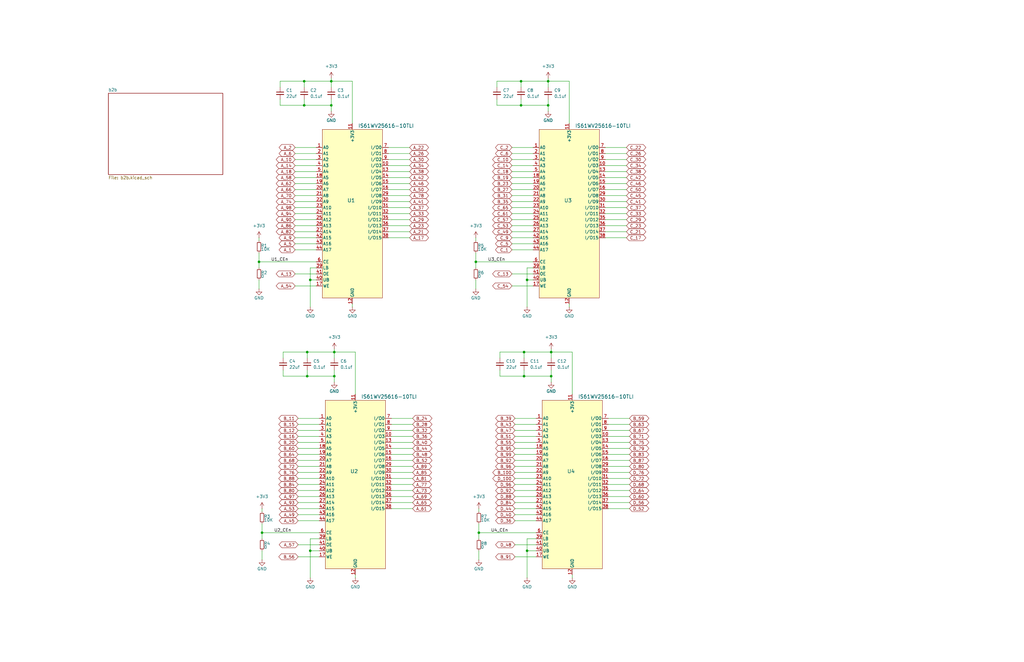
<source format=kicad_sch>
(kicad_sch (version 20231120) (generator "eeschema") (generator_version "8.0")
  (paper "USLedger")
  (lib_symbols
    (symbol "Device:C_Small" (pin_numbers hide) (pin_names (offset 0.254) hide)
      (property "Reference" "C" (at 0.254 1.778 0))
      (property "Value" "C_Small" (at 0.254 -2.032 0))
      (symbol "C_Small_0_1"
        (polyline (pts (xy -1.524 -0.508) (xy 1.524 -0.508)) (stroke (width 0.3302)))
        (polyline (pts (xy -1.524 0.508) (xy 1.524 0.508)) (stroke (width 0.3048)))
      )
      (symbol "C_Small_1_1"
        (pin passive line (at 0 2.54 270) (length 2.032) (name "~") (number "1"))
        (pin passive line (at 0 -2.54 90) (length 2.032) (name "~") (number "2"))
      )
    )
    (symbol "Device:R_Small" (pin_numbers hide) (pin_names (offset 0.254) hide)
      (property "Reference" "R" (at 0.762 0.508 0))
      (property "Value" "R_Small" (at 0.762 -1.016 0))
      (symbol "R_Small_0_1"
        (rectangle (start -0.762 1.778) (end 0.762 -1.778) (stroke (width 0.2032)))
      )
      (symbol "R_Small_1_1"
        (pin passive line (at 0 2.54 270) (length 0.762) (name "~") (number "1"))
        (pin passive line (at 0 -2.54 90) (length 0.762) (name "~") (number "2"))
      )
    )
    (symbol "IS61WV25616-10TLI:IS61WV25616BLL-10TLI-TR" (pin_names (offset 0.254))
      (property "Reference" "U" (at 40.386 14.224 0))
      (property "Value" "IS61WV25616-10TLI" (at 40.386 11.684 0))
      (symbol "IS61WV25616BLL-10TLI-TR_1_1"
        (rectangle (start 7.62 7.62) (end 33.02 -63.5) (fill (type background)))
        (pin input line (at 5.08 0 0) (length 2.54) (name "A0") (number "1"))
        (pin bidirectional line (at 35.56 -7.62 180) (length 2.54) (name "I/O3") (number "10"))
        (pin power_in line (at 20.32 10.16 270) (length 2.54) (name "+3V3") (number "11"))
        (pin power_in line (at 20.32 -66.04 90) (length 2.54) (name "GND") (number "12"))
        (pin bidirectional line (at 35.56 -10.16 180) (length 2.54) (name "I/O4") (number "13"))
        (pin bidirectional line (at 35.56 -12.7 180) (length 2.54) (name "I/O5") (number "14"))
        (pin bidirectional line (at 35.56 -15.24 180) (length 2.54) (name "I/O6") (number "15"))
        (pin bidirectional line (at 35.56 -17.78 180) (length 2.54) (name "I/O7") (number "16"))
        (pin input line (at 5.08 -58.42 0) (length 2.54) (name "WE") (number "17"))
        (pin input line (at 5.08 -12.7 0) (length 2.54) (name "A5") (number "18"))
        (pin input line (at 5.08 -15.24 0) (length 2.54) (name "A6") (number "19"))
        (pin input line (at 5.08 -2.54 0) (length 2.54) (name "A1") (number "2"))
        (pin input line (at 5.08 -17.78 0) (length 2.54) (name "A7") (number "20"))
        (pin input line (at 5.08 -20.32 0) (length 2.54) (name "A8") (number "21"))
        (pin input line (at 5.08 -22.86 0) (length 2.54) (name "A9") (number "22"))
        (pin input line (at 5.08 -25.4 0) (length 2.54) (name "A10") (number "23"))
        (pin input line (at 5.08 -27.94 0) (length 2.54) (name "A11") (number "24"))
        (pin input line (at 5.08 -30.48 0) (length 2.54) (name "A12") (number "25"))
        (pin input line (at 5.08 -33.02 0) (length 2.54) (name "A13") (number "26"))
        (pin input line (at 5.08 -35.56 0) (length 2.54) (name "A14") (number "27"))
        (pin no_connect line (at 5.08 -60.96 0) (length 2.54) hide (name "NC") (number "28"))
        (pin bidirectional line (at 35.56 -20.32 180) (length 2.54) (name "I/O8") (number "29"))
        (pin input line (at 5.08 -5.08 0) (length 2.54) (name "A2") (number "3"))
        (pin bidirectional line (at 35.56 -22.86 180) (length 2.54) (name "I/O9") (number "30"))
        (pin bidirectional line (at 35.56 -25.4 180) (length 2.54) (name "I/O10") (number "31"))
        (pin bidirectional line (at 35.56 -27.94 180) (length 2.54) (name "I/O11") (number "32"))
        (pin power_in line (at 20.32 10.16 270) (length 2.54) hide (name "+3V3") (number "33"))
        (pin power_in line (at 20.32 -66.04 90) (length 2.54) hide (name "GND") (number "34"))
        (pin bidirectional line (at 35.56 -30.48 180) (length 2.54) (name "I/O12") (number "35"))
        (pin bidirectional line (at 35.56 -33.02 180) (length 2.54) (name "I/O13") (number "36"))
        (pin bidirectional line (at 35.56 -35.56 180) (length 2.54) (name "I/O14") (number "37"))
        (pin bidirectional line (at 35.56 -38.1 180) (length 2.54) (name "I/O15") (number "38"))
        (pin input line (at 5.08 -50.8 0) (length 2.54) (name "LB") (number "39"))
        (pin input line (at 5.08 -7.62 0) (length 2.54) (name "A3") (number "4"))
        (pin input line (at 5.08 -55.88 0) (length 2.54) (name "UB") (number "40"))
        (pin input line (at 5.08 -53.34 0) (length 2.54) (name "OE") (number "41"))
        (pin input line (at 5.08 -38.1 0) (length 2.54) (name "A15") (number "42"))
        (pin input line (at 5.08 -40.64 0) (length 2.54) (name "A16") (number "43"))
        (pin input line (at 5.08 -43.18 0) (length 2.54) (name "A17") (number "44"))
        (pin input line (at 5.08 -10.16 0) (length 2.54) (name "A4") (number "5"))
        (pin input line (at 5.08 -48.26 0) (length 2.54) (name "CE") (number "6"))
        (pin bidirectional line (at 35.56 0 180) (length 2.54) (name "I/O0") (number "7"))
        (pin bidirectional line (at 35.56 -2.54 180) (length 2.54) (name "I/O1") (number "8"))
        (pin bidirectional line (at 35.56 -5.08 180) (length 2.54) (name "I/O2") (number "9"))
      )
    )
    (symbol "power:+3V3" (power) (pin_numbers hide) (pin_names (offset 0) hide)
      (property "Value" "+3V3" (at 0 3.556 0))
      (symbol "+3V3_0_1"
        (polyline (pts (xy -0.762 1.27) (xy 0 2.54)))
        (polyline (pts (xy 0 0) (xy 0 2.54)))
        (polyline (pts (xy 0 2.54) (xy 0.762 1.27)))
      )
      (symbol "+3V3_1_1"
        (pin power_in line (at 0 0 90) (length 0) (name "~") (number "1"))
      )
    )
    (symbol "power:GND" (power) (pin_numbers hide) (pin_names (offset 0) hide)
      (property "Value" "GND" (at 0 -3.81 0))
      (symbol "GND_0_1"
        (polyline (pts (xy 0 0) (xy 0 -1.27) (xy 1.27 -1.27) (xy 0 -2.54) (xy -1.27 -1.27) (xy 0 -1.27)))
      )
      (symbol "GND_1_1"
        (pin power_in line (at 0 0 270) (length 0) (name "~") (number "1"))
      )
    )
  )
  (junction (at 220.98 158.75))
  (junction (at 139.7 44.45))
  (junction (at 129.54 148.59))
  (junction (at 139.7 34.29))
  (junction (at 130.81 118.11))
  (junction (at 110.49 224.79))
  (junction (at 232.41 158.75))
  (junction (at 128.27 34.29))
  (junction (at 232.41 148.59))
  (junction (at 222.25 232.41))
  (junction (at 130.81 232.41))
  (junction (at 220.98 148.59))
  (junction (at 140.97 158.75))
  (junction (at 231.14 44.45))
  (junction (at 201.93 224.79))
  (junction (at 200.66 110.49))
  (junction (at 219.71 34.29))
  (junction (at 128.27 44.45))
  (junction (at 219.71 44.45))
  (junction (at 222.25 118.11))
  (junction (at 109.22 110.49))
  (junction (at 231.14 34.29))
  (junction (at 140.97 148.59))
  (junction (at 129.54 158.75))
  (wire (pts (xy 128.27 41.91) (xy 128.27 44.45)))
  (wire (pts (xy 200.66 118.11) (xy 200.66 121.92)))
  (wire (pts (xy 129.54 148.59) (xy 129.54 151.13)))
  (wire (pts (xy 215.9 72.39) (xy 224.79 72.39)))
  (wire (pts (xy 109.22 106.68) (xy 109.22 110.49)))
  (wire (pts (xy 217.17 191.77) (xy 226.06 191.77)))
  (wire (pts (xy 163.83 64.77) (xy 172.72 64.77)))
  (wire (pts (xy 119.38 151.13) (xy 119.38 148.59)))
  (wire (pts (xy 163.83 85.09) (xy 172.72 85.09)))
  (wire (pts (xy 222.25 113.03) (xy 224.79 113.03)))
  (wire (pts (xy 241.3 148.59) (xy 232.41 148.59)))
  (wire (pts (xy 232.41 158.75) (xy 232.41 161.29)))
  (wire (pts (xy 125.73 214.63) (xy 134.62 214.63)))
  (wire (pts (xy 217.17 186.69) (xy 226.06 186.69)))
  (wire (pts (xy 163.83 77.47) (xy 172.72 77.47)))
  (wire (pts (xy 215.9 90.17) (xy 224.79 90.17)))
  (wire (pts (xy 124.46 72.39) (xy 133.35 72.39)))
  (wire (pts (xy 219.71 44.45) (xy 231.14 44.45)))
  (wire (pts (xy 201.93 224.79) (xy 226.06 224.79)))
  (wire (pts (xy 125.73 217.17) (xy 134.62 217.17)))
  (wire (pts (xy 209.55 41.91) (xy 209.55 44.45)))
  (wire (pts (xy 209.55 34.29) (xy 219.71 34.29)))
  (wire (pts (xy 255.27 67.31) (xy 264.16 67.31)))
  (wire (pts (xy 119.38 158.75) (xy 129.54 158.75)))
  (wire (pts (xy 118.11 36.83) (xy 118.11 34.29)))
  (wire (pts (xy 163.83 69.85) (xy 172.72 69.85)))
  (wire (pts (xy 210.82 151.13) (xy 210.82 148.59)))
  (wire (pts (xy 222.25 118.11) (xy 224.79 118.11)))
  (wire (pts (xy 109.22 118.11) (xy 109.22 121.92)))
  (wire (pts (xy 128.27 34.29) (xy 139.7 34.29)))
  (wire (pts (xy 139.7 44.45) (xy 139.7 46.99)))
  (wire (pts (xy 124.46 67.31) (xy 133.35 67.31)))
  (wire (pts (xy 215.9 74.93) (xy 224.79 74.93)))
  (wire (pts (xy 165.1 194.31) (xy 173.99 194.31)))
  (wire (pts (xy 110.49 232.41) (xy 110.49 236.22)))
  (wire (pts (xy 140.97 156.21) (xy 140.97 158.75)))
  (wire (pts (xy 219.71 34.29) (xy 219.71 36.83)))
  (wire (pts (xy 215.9 85.09) (xy 224.79 85.09)))
  (wire (pts (xy 241.3 166.37) (xy 241.3 148.59)))
  (wire (pts (xy 231.14 34.29) (xy 231.14 36.83)))
  (wire (pts (xy 232.41 147.32) (xy 232.41 148.59)))
  (wire (pts (xy 255.27 95.25) (xy 264.16 95.25)))
  (wire (pts (xy 119.38 156.21) (xy 119.38 158.75)))
  (wire (pts (xy 255.27 87.63) (xy 264.16 87.63)))
  (wire (pts (xy 217.17 176.53) (xy 226.06 176.53)))
  (wire (pts (xy 124.46 62.23) (xy 133.35 62.23)))
  (wire (pts (xy 124.46 82.55) (xy 133.35 82.55)))
  (wire (pts (xy 124.46 97.79) (xy 133.35 97.79)))
  (wire (pts (xy 210.82 156.21) (xy 210.82 158.75)))
  (wire (pts (xy 217.17 196.85) (xy 226.06 196.85)))
  (wire (pts (xy 217.17 179.07) (xy 226.06 179.07)))
  (wire (pts (xy 163.83 80.01) (xy 172.72 80.01)))
  (wire (pts (xy 125.73 196.85) (xy 134.62 196.85)))
  (wire (pts (xy 232.41 156.21) (xy 232.41 158.75)))
  (wire (pts (xy 124.46 102.87) (xy 133.35 102.87)))
  (wire (pts (xy 255.27 72.39) (xy 264.16 72.39)))
  (wire (pts (xy 256.54 186.69) (xy 265.43 186.69)))
  (wire (pts (xy 215.9 64.77) (xy 224.79 64.77)))
  (wire (pts (xy 139.7 41.91) (xy 139.7 44.45)))
  (wire (pts (xy 215.9 62.23) (xy 224.79 62.23)))
  (wire (pts (xy 163.83 100.33) (xy 172.72 100.33)))
  (wire (pts (xy 139.7 34.29) (xy 139.7 36.83)))
  (wire (pts (xy 163.83 72.39) (xy 172.72 72.39)))
  (wire (pts (xy 125.73 199.39) (xy 134.62 199.39)))
  (wire (pts (xy 215.9 82.55) (xy 224.79 82.55)))
  (wire (pts (xy 110.49 220.98) (xy 110.49 224.79)))
  (wire (pts (xy 215.9 95.25) (xy 224.79 95.25)))
  (wire (pts (xy 255.27 62.23) (xy 264.16 62.23)))
  (wire (pts (xy 240.03 52.07) (xy 240.03 34.29)))
  (wire (pts (xy 200.66 113.03) (xy 200.66 110.49)))
  (wire (pts (xy 124.46 105.41) (xy 133.35 105.41)))
  (wire (pts (xy 217.17 204.47) (xy 226.06 204.47)))
  (wire (pts (xy 232.41 148.59) (xy 232.41 151.13)))
  (wire (pts (xy 130.81 227.33) (xy 130.81 232.41)))
  (wire (pts (xy 130.81 118.11) (xy 130.81 129.54)))
  (wire (pts (xy 220.98 158.75) (xy 232.41 158.75)))
  (wire (pts (xy 219.71 34.29) (xy 231.14 34.29)))
  (wire (pts (xy 222.25 118.11) (xy 222.25 129.54)))
  (wire (pts (xy 118.11 34.29) (xy 128.27 34.29)))
  (wire (pts (xy 201.93 227.33) (xy 201.93 224.79)))
  (wire (pts (xy 201.93 214.63) (xy 201.93 215.9)))
  (wire (pts (xy 163.83 67.31) (xy 172.72 67.31)))
  (wire (pts (xy 215.9 69.85) (xy 224.79 69.85)))
  (wire (pts (xy 255.27 92.71) (xy 264.16 92.71)))
  (wire (pts (xy 217.17 217.17) (xy 226.06 217.17)))
  (wire (pts (xy 256.54 199.39) (xy 265.43 199.39)))
  (wire (pts (xy 255.27 85.09) (xy 264.16 85.09)))
  (wire (pts (xy 165.1 199.39) (xy 173.99 199.39)))
  (wire (pts (xy 256.54 194.31) (xy 265.43 194.31)))
  (wire (pts (xy 165.1 184.15) (xy 173.99 184.15)))
  (wire (pts (xy 130.81 227.33) (xy 134.62 227.33)))
  (wire (pts (xy 222.25 232.41) (xy 226.06 232.41)))
  (wire (pts (xy 124.46 95.25) (xy 133.35 95.25)))
  (wire (pts (xy 165.1 207.01) (xy 173.99 207.01)))
  (wire (pts (xy 148.59 128.27) (xy 148.59 129.54)))
  (wire (pts (xy 163.83 97.79) (xy 172.72 97.79)))
  (wire (pts (xy 210.82 158.75) (xy 220.98 158.75)))
  (wire (pts (xy 165.1 196.85) (xy 173.99 196.85)))
  (wire (pts (xy 215.9 87.63) (xy 224.79 87.63)))
  (wire (pts (xy 200.66 106.68) (xy 200.66 110.49)))
  (wire (pts (xy 255.27 97.79) (xy 264.16 97.79)))
  (wire (pts (xy 231.14 44.45) (xy 231.14 46.99)))
  (wire (pts (xy 201.93 220.98) (xy 201.93 224.79)))
  (wire (pts (xy 149.86 166.37) (xy 149.86 148.59)))
  (wire (pts (xy 109.22 113.03) (xy 109.22 110.49)))
  (wire (pts (xy 130.81 232.41) (xy 130.81 243.84)))
  (wire (pts (xy 215.9 115.57) (xy 224.79 115.57)))
  (wire (pts (xy 220.98 156.21) (xy 220.98 158.75)))
  (wire (pts (xy 217.17 199.39) (xy 226.06 199.39)))
  (wire (pts (xy 217.17 181.61) (xy 226.06 181.61)))
  (wire (pts (xy 215.9 77.47) (xy 224.79 77.47)))
  (wire (pts (xy 256.54 201.93) (xy 265.43 201.93)))
  (wire (pts (xy 128.27 34.29) (xy 128.27 36.83)))
  (wire (pts (xy 217.17 194.31) (xy 226.06 194.31)))
  (wire (pts (xy 140.97 148.59) (xy 140.97 151.13)))
  (wire (pts (xy 256.54 176.53) (xy 265.43 176.53)))
  (wire (pts (xy 215.9 120.65) (xy 224.79 120.65)))
  (wire (pts (xy 163.83 90.17) (xy 172.72 90.17)))
  (wire (pts (xy 163.83 92.71) (xy 172.72 92.71)))
  (wire (pts (xy 219.71 41.91) (xy 219.71 44.45)))
  (wire (pts (xy 109.22 100.33) (xy 109.22 101.6)))
  (wire (pts (xy 130.81 232.41) (xy 134.62 232.41)))
  (wire (pts (xy 210.82 148.59) (xy 220.98 148.59)))
  (wire (pts (xy 255.27 100.33) (xy 264.16 100.33)))
  (wire (pts (xy 125.73 194.31) (xy 134.62 194.31)))
  (wire (pts (xy 217.17 207.01) (xy 226.06 207.01)))
  (wire (pts (xy 130.81 118.11) (xy 133.35 118.11)))
  (wire (pts (xy 125.73 176.53) (xy 134.62 176.53)))
  (wire (pts (xy 163.83 82.55) (xy 172.72 82.55)))
  (wire (pts (xy 165.1 209.55) (xy 173.99 209.55)))
  (wire (pts (xy 200.66 110.49) (xy 224.79 110.49)))
  (wire (pts (xy 215.9 100.33) (xy 224.79 100.33)))
  (wire (pts (xy 209.55 44.45) (xy 219.71 44.45)))
  (wire (pts (xy 165.1 186.69) (xy 173.99 186.69)))
  (wire (pts (xy 256.54 204.47) (xy 265.43 204.47)))
  (wire (pts (xy 109.22 110.49) (xy 133.35 110.49)))
  (wire (pts (xy 256.54 189.23) (xy 265.43 189.23)))
  (wire (pts (xy 217.17 209.55) (xy 226.06 209.55)))
  (wire (pts (xy 125.73 229.87) (xy 134.62 229.87)))
  (wire (pts (xy 148.59 34.29) (xy 139.7 34.29)))
  (wire (pts (xy 217.17 201.93) (xy 226.06 201.93)))
  (wire (pts (xy 125.73 179.07) (xy 134.62 179.07)))
  (wire (pts (xy 255.27 80.01) (xy 264.16 80.01)))
  (wire (pts (xy 124.46 69.85) (xy 133.35 69.85)))
  (wire (pts (xy 222.25 113.03) (xy 222.25 118.11)))
  (wire (pts (xy 129.54 148.59) (xy 140.97 148.59)))
  (wire (pts (xy 217.17 234.95) (xy 226.06 234.95)))
  (wire (pts (xy 217.17 189.23) (xy 226.06 189.23)))
  (wire (pts (xy 119.38 148.59) (xy 129.54 148.59)))
  (wire (pts (xy 125.73 181.61) (xy 134.62 181.61)))
  (wire (pts (xy 110.49 227.33) (xy 110.49 224.79)))
  (wire (pts (xy 140.97 147.32) (xy 140.97 148.59)))
  (wire (pts (xy 130.81 113.03) (xy 133.35 113.03)))
  (wire (pts (xy 256.54 207.01) (xy 265.43 207.01)))
  (wire (pts (xy 128.27 44.45) (xy 139.7 44.45)))
  (wire (pts (xy 149.86 148.59) (xy 140.97 148.59)))
  (wire (pts (xy 231.14 33.02) (xy 231.14 34.29)))
  (wire (pts (xy 118.11 44.45) (xy 128.27 44.45)))
  (wire (pts (xy 124.46 90.17) (xy 133.35 90.17)))
  (wire (pts (xy 256.54 191.77) (xy 265.43 191.77)))
  (wire (pts (xy 256.54 196.85) (xy 265.43 196.85)))
  (wire (pts (xy 215.9 67.31) (xy 224.79 67.31)))
  (wire (pts (xy 148.59 52.07) (xy 148.59 34.29)))
  (wire (pts (xy 200.66 100.33) (xy 200.66 101.6)))
  (wire (pts (xy 125.73 212.09) (xy 134.62 212.09)))
  (wire (pts (xy 124.46 74.93) (xy 133.35 74.93)))
  (wire (pts (xy 165.1 176.53) (xy 173.99 176.53)))
  (wire (pts (xy 165.1 181.61) (xy 173.99 181.61)))
  (wire (pts (xy 255.27 77.47) (xy 264.16 77.47)))
  (wire (pts (xy 217.17 212.09) (xy 226.06 212.09)))
  (wire (pts (xy 222.25 232.41) (xy 222.25 243.84)))
  (wire (pts (xy 129.54 156.21) (xy 129.54 158.75)))
  (wire (pts (xy 215.9 80.01) (xy 224.79 80.01)))
  (wire (pts (xy 125.73 184.15) (xy 134.62 184.15)))
  (wire (pts (xy 256.54 214.63) (xy 265.43 214.63)))
  (wire (pts (xy 231.14 41.91) (xy 231.14 44.45)))
  (wire (pts (xy 255.27 90.17) (xy 264.16 90.17)))
  (wire (pts (xy 255.27 74.93) (xy 264.16 74.93)))
  (wire (pts (xy 149.86 242.57) (xy 149.86 243.84)))
  (wire (pts (xy 217.17 214.63) (xy 226.06 214.63)))
  (wire (pts (xy 240.03 34.29) (xy 231.14 34.29)))
  (wire (pts (xy 165.1 214.63) (xy 173.99 214.63)))
  (wire (pts (xy 163.83 74.93) (xy 172.72 74.93)))
  (wire (pts (xy 165.1 212.09) (xy 173.99 212.09)))
  (wire (pts (xy 215.9 97.79) (xy 224.79 97.79)))
  (wire (pts (xy 256.54 184.15) (xy 265.43 184.15)))
  (wire (pts (xy 209.55 36.83) (xy 209.55 34.29)))
  (wire (pts (xy 217.17 229.87) (xy 226.06 229.87)))
  (wire (pts (xy 255.27 82.55) (xy 264.16 82.55)))
  (wire (pts (xy 124.46 92.71) (xy 133.35 92.71)))
  (wire (pts (xy 125.73 234.95) (xy 134.62 234.95)))
  (wire (pts (xy 125.73 204.47) (xy 134.62 204.47)))
  (wire (pts (xy 125.73 201.93) (xy 134.62 201.93)))
  (wire (pts (xy 220.98 148.59) (xy 220.98 151.13)))
  (wire (pts (xy 139.7 33.02) (xy 139.7 34.29)))
  (wire (pts (xy 240.03 128.27) (xy 240.03 129.54)))
  (wire (pts (xy 110.49 224.79) (xy 134.62 224.79)))
  (wire (pts (xy 163.83 95.25) (xy 172.72 95.25)))
  (wire (pts (xy 125.73 209.55) (xy 134.62 209.55)))
  (wire (pts (xy 165.1 179.07) (xy 173.99 179.07)))
  (wire (pts (xy 124.46 77.47) (xy 133.35 77.47)))
  (wire (pts (xy 124.46 87.63) (xy 133.35 87.63)))
  (wire (pts (xy 220.98 148.59) (xy 232.41 148.59)))
  (wire (pts (xy 125.73 189.23) (xy 134.62 189.23)))
  (wire (pts (xy 140.97 158.75) (xy 140.97 161.29)))
  (wire (pts (xy 222.25 227.33) (xy 222.25 232.41)))
  (wire (pts (xy 130.81 113.03) (xy 130.81 118.11)))
  (wire (pts (xy 163.83 87.63) (xy 172.72 87.63)))
  (wire (pts (xy 217.17 184.15) (xy 226.06 184.15)))
  (wire (pts (xy 255.27 64.77) (xy 264.16 64.77)))
  (wire (pts (xy 124.46 64.77) (xy 133.35 64.77)))
  (wire (pts (xy 215.9 102.87) (xy 224.79 102.87)))
  (wire (pts (xy 124.46 120.65) (xy 133.35 120.65)))
  (wire (pts (xy 124.46 85.09) (xy 133.35 85.09)))
  (wire (pts (xy 256.54 209.55) (xy 265.43 209.55)))
  (wire (pts (xy 256.54 179.07) (xy 265.43 179.07)))
  (wire (pts (xy 163.83 62.23) (xy 172.72 62.23)))
  (wire (pts (xy 118.11 41.91) (xy 118.11 44.45)))
  (wire (pts (xy 129.54 158.75) (xy 140.97 158.75)))
  (wire (pts (xy 124.46 100.33) (xy 133.35 100.33)))
  (wire (pts (xy 125.73 207.01) (xy 134.62 207.01)))
  (wire (pts (xy 256.54 181.61) (xy 265.43 181.61)))
  (wire (pts (xy 124.46 115.57) (xy 133.35 115.57)))
  (wire (pts (xy 217.17 219.71) (xy 226.06 219.71)))
  (wire (pts (xy 201.93 232.41) (xy 201.93 236.22)))
  (wire (pts (xy 165.1 191.77) (xy 173.99 191.77)))
  (wire (pts (xy 124.46 80.01) (xy 133.35 80.01)))
  (wire (pts (xy 165.1 204.47) (xy 173.99 204.47)))
  (wire (pts (xy 241.3 242.57) (xy 241.3 243.84)))
  (wire (pts (xy 165.1 201.93) (xy 173.99 201.93)))
  (wire (pts (xy 256.54 212.09) (xy 265.43 212.09)))
  (wire (pts (xy 125.73 219.71) (xy 134.62 219.71)))
  (wire (pts (xy 215.9 92.71) (xy 224.79 92.71)))
  (wire (pts (xy 125.73 186.69) (xy 134.62 186.69)))
  (wire (pts (xy 110.49 214.63) (xy 110.49 215.9)))
  (wire (pts (xy 165.1 189.23) (xy 173.99 189.23)))
  (wire (pts (xy 222.25 227.33) (xy 226.06 227.33)))
  (wire (pts (xy 215.9 105.41) (xy 224.79 105.41)))
  (wire (pts (xy 255.27 69.85) (xy 264.16 69.85)))
  (wire (pts (xy 125.73 191.77) (xy 134.62 191.77)))
  (label "U3_CEn" (at 205.74 110.49 0))
  (label "U2_CEn" (at 115.57 224.79 0))
  (label "U4_CEn" (at 207.01 224.79 0))
  (label "U1_CEn" (at 114.3 110.49 0))
  (global_label "B_68" (shape bidirectional) (at 125.73 194.31 180) (property "Intersheetrefs" "${INTERSHEET_REFS}" (effects (hide yes))))
  (global_label "C_23" (shape bidirectional) (at 264.16 95.25 0) (property "Intersheetrefs" "${INTERSHEET_REFS}" (effects (hide yes))))
  (global_label "B_88" (shape bidirectional) (at 125.73 201.93 180) (property "Intersheetrefs" "${INTERSHEET_REFS}" (effects (hide yes))))
  (global_label "A_78" (shape bidirectional) (at 172.72 82.55 0) (property "Intersheetrefs" "${INTERSHEET_REFS}" (effects (hide yes))))
  (global_label "B_40" (shape bidirectional) (at 173.99 186.69 0) (property "Intersheetrefs" "${INTERSHEET_REFS}" (effects (hide yes))))
  (global_label "B_31" (shape bidirectional) (at 215.9 82.55 180) (property "Intersheetrefs" "${INTERSHEET_REFS}" (effects (hide yes))))
  (global_label "A_21" (shape bidirectional) (at 172.72 97.79 0) (property "Intersheetrefs" "${INTERSHEET_REFS}" (effects (hide yes))))
  (global_label "D_68" (shape bidirectional) (at 265.43 204.47 0) (property "Intersheetrefs" "${INTERSHEET_REFS}" (effects (hide yes))))
  (global_label "A_1" (shape bidirectional) (at 124.46 105.41 180) (property "Intersheetrefs" "${INTERSHEET_REFS}" (effects (hide yes))))
  (global_label "B_75" (shape bidirectional) (at 265.43 186.69 0) (property "Intersheetrefs" "${INTERSHEET_REFS}" (effects (hide yes))))
  (global_label "B_100" (shape bidirectional) (at 217.17 199.39 180) (property "Intersheetrefs" "${INTERSHEET_REFS}" (effects (hide yes))))
  (global_label "B_60" (shape bidirectional) (at 125.73 189.23 180) (property "Intersheetrefs" "${INTERSHEET_REFS}" (effects (hide yes))))
  (global_label "C_45" (shape bidirectional) (at 264.16 82.55 0) (property "Intersheetrefs" "${INTERSHEET_REFS}" (effects (hide yes))))
  (global_label "B_44" (shape bidirectional) (at 173.99 189.23 0) (property "Intersheetrefs" "${INTERSHEET_REFS}" (effects (hide yes))))
  (global_label "C_57" (shape bidirectional) (at 215.9 92.71 180) (property "Intersheetrefs" "${INTERSHEET_REFS}" (effects (hide yes))))
  (global_label "B_96" (shape bidirectional) (at 217.17 196.85 180) (property "Intersheetrefs" "${INTERSHEET_REFS}" (effects (hide yes))))
  (global_label "A_58" (shape bidirectional) (at 124.46 74.93 180) (property "Intersheetrefs" "${INTERSHEET_REFS}" (effects (hide yes))))
  (global_label "B_28" (shape bidirectional) (at 173.99 179.07 0) (property "Intersheetrefs" "${INTERSHEET_REFS}" (effects (hide yes))))
  (global_label "B_72" (shape bidirectional) (at 125.73 196.85 180) (property "Intersheetrefs" "${INTERSHEET_REFS}" (effects (hide yes))))
  (global_label "A_9" (shape bidirectional) (at 124.46 100.33 180) (property "Intersheetrefs" "${INTERSHEET_REFS}" (effects (hide yes))))
  (global_label "A_6" (shape bidirectional) (at 124.46 64.77 180) (property "Intersheetrefs" "${INTERSHEET_REFS}" (effects (hide yes))))
  (global_label "B_63" (shape bidirectional) (at 265.43 179.07 0) (property "Intersheetrefs" "${INTERSHEET_REFS}" (effects (hide yes))))
  (global_label "D_36" (shape bidirectional) (at 217.17 219.71 180) (property "Intersheetrefs" "${INTERSHEET_REFS}" (effects (hide yes))))
  (global_label "D_40" (shape bidirectional) (at 217.17 217.17 180) (property "Intersheetrefs" "${INTERSHEET_REFS}" (effects (hide yes))))
  (global_label "A_26" (shape bidirectional) (at 172.72 64.77 0) (property "Intersheetrefs" "${INTERSHEET_REFS}" (effects (hide yes))))
  (global_label "C_37" (shape bidirectional) (at 264.16 87.63 0) (property "Intersheetrefs" "${INTERSHEET_REFS}" (effects (hide yes))))
  (global_label "A_93" (shape bidirectional) (at 125.73 212.09 180) (property "Intersheetrefs" "${INTERSHEET_REFS}" (effects (hide yes))))
  (global_label "A_41" (shape bidirectional) (at 172.72 85.09 0) (property "Intersheetrefs" "${INTERSHEET_REFS}" (effects (hide yes))))
  (global_label "B_52" (shape bidirectional) (at 173.99 194.31 0) (property "Intersheetrefs" "${INTERSHEET_REFS}" (effects (hide yes))))
  (global_label "C_9" (shape bidirectional) (at 215.9 100.33 180) (property "Intersheetrefs" "${INTERSHEET_REFS}" (effects (hide yes))))
  (global_label "A_5" (shape bidirectional) (at 124.46 102.87 180) (property "Intersheetrefs" "${INTERSHEET_REFS}" (effects (hide yes))))
  (global_label "B_92" (shape bidirectional) (at 217.17 194.31 180) (property "Intersheetrefs" "${INTERSHEET_REFS}" (effects (hide yes))))
  (global_label "A_85" (shape bidirectional) (at 173.99 199.39 0) (property "Intersheetrefs" "${INTERSHEET_REFS}" (effects (hide yes))))
  (global_label "B_32" (shape bidirectional) (at 173.99 181.61 0) (property "Intersheetrefs" "${INTERSHEET_REFS}" (effects (hide yes))))
  (global_label "C_38" (shape bidirectional) (at 264.16 72.39 0) (property "Intersheetrefs" "${INTERSHEET_REFS}" (effects (hide yes))))
  (global_label "A_38" (shape bidirectional) (at 172.72 72.39 0) (property "Intersheetrefs" "${INTERSHEET_REFS}" (effects (hide yes))))
  (global_label "C_6" (shape bidirectional) (at 215.9 64.77 180) (property "Intersheetrefs" "${INTERSHEET_REFS}" (effects (hide yes))))
  (global_label "D_96" (shape bidirectional) (at 217.17 204.47 180) (property "Intersheetrefs" "${INTERSHEET_REFS}" (effects (hide yes))))
  (global_label "A_77" (shape bidirectional) (at 173.99 204.47 0) (property "Intersheetrefs" "${INTERSHEET_REFS}" (effects (hide yes))))
  (global_label "B_59" (shape bidirectional) (at 265.43 176.53 0) (property "Intersheetrefs" "${INTERSHEET_REFS}" (effects (hide yes))))
  (global_label "A_66" (shape bidirectional) (at 124.46 80.01 180) (property "Intersheetrefs" "${INTERSHEET_REFS}" (effects (hide yes))))
  (global_label "D_92" (shape bidirectional) (at 217.17 207.01 180) (property "Intersheetrefs" "${INTERSHEET_REFS}" (effects (hide yes))))
  (global_label "A_61" (shape bidirectional) (at 173.99 214.63 0) (property "Intersheetrefs" "${INTERSHEET_REFS}" (effects (hide yes))))
  (global_label "A_29" (shape bidirectional) (at 172.72 92.71 0) (property "Intersheetrefs" "${INTERSHEET_REFS}" (effects (hide yes))))
  (global_label "C_21" (shape bidirectional) (at 264.16 97.79 0) (property "Intersheetrefs" "${INTERSHEET_REFS}" (effects (hide yes))))
  (global_label "D_60" (shape bidirectional) (at 265.43 209.55 0) (property "Intersheetrefs" "${INTERSHEET_REFS}" (effects (hide yes))))
  (global_label "A_30" (shape bidirectional) (at 172.72 67.31 0) (property "Intersheetrefs" "${INTERSHEET_REFS}" (effects (hide yes))))
  (global_label "A_57" (shape bidirectional) (at 125.73 229.87 180) (property "Intersheetrefs" "${INTERSHEET_REFS}" (effects (hide yes))))
  (global_label "A_65" (shape bidirectional) (at 173.99 212.09 0) (property "Intersheetrefs" "${INTERSHEET_REFS}" (effects (hide yes))))
  (global_label "A_62" (shape bidirectional) (at 124.46 77.47 180) (property "Intersheetrefs" "${INTERSHEET_REFS}" (effects (hide yes))))
  (global_label "A_33" (shape bidirectional) (at 172.72 90.17 0) (property "Intersheetrefs" "${INTERSHEET_REFS}" (effects (hide yes))))
  (global_label "C_34" (shape bidirectional) (at 264.16 69.85 0) (property "Intersheetrefs" "${INTERSHEET_REFS}" (effects (hide yes))))
  (global_label "A_94" (shape bidirectional) (at 124.46 90.17 180) (property "Intersheetrefs" "${INTERSHEET_REFS}" (effects (hide yes))))
  (global_label "B_55" (shape bidirectional) (at 217.17 186.69 180) (property "Intersheetrefs" "${INTERSHEET_REFS}" (effects (hide yes))))
  (global_label "A_73" (shape bidirectional) (at 173.99 207.01 0) (property "Intersheetrefs" "${INTERSHEET_REFS}" (effects (hide yes))))
  (global_label "A_45" (shape bidirectional) (at 125.73 219.71 180) (property "Intersheetrefs" "${INTERSHEET_REFS}" (effects (hide yes))))
  (global_label "B_51" (shape bidirectional) (at 217.17 184.15 180) (property "Intersheetrefs" "${INTERSHEET_REFS}" (effects (hide yes))))
  (global_label "A_34" (shape bidirectional) (at 172.72 69.85 0) (property "Intersheetrefs" "${INTERSHEET_REFS}" (effects (hide yes))))
  (global_label "C_41" (shape bidirectional) (at 264.16 85.09 0) (property "Intersheetrefs" "${INTERSHEET_REFS}" (effects (hide yes))))
  (global_label "C_49" (shape bidirectional) (at 215.9 97.79 180) (property "Intersheetrefs" "${INTERSHEET_REFS}" (effects (hide yes))))
  (global_label "A_74" (shape bidirectional) (at 124.46 85.09 180) (property "Intersheetrefs" "${INTERSHEET_REFS}" (effects (hide yes))))
  (global_label "B_19" (shape bidirectional) (at 215.9 74.93 180) (property "Intersheetrefs" "${INTERSHEET_REFS}" (effects (hide yes))))
  (global_label "C_46" (shape bidirectional) (at 264.16 77.47 0) (property "Intersheetrefs" "${INTERSHEET_REFS}" (effects (hide yes))))
  (global_label "B_43" (shape bidirectional) (at 217.17 179.07 180) (property "Intersheetrefs" "${INTERSHEET_REFS}" (effects (hide yes))))
  (global_label "A_18" (shape bidirectional) (at 124.46 72.39 180) (property "Intersheetrefs" "${INTERSHEET_REFS}" (effects (hide yes))))
  (global_label "A_14" (shape bidirectional) (at 124.46 69.85 180) (property "Intersheetrefs" "${INTERSHEET_REFS}" (effects (hide yes))))
  (global_label "C_1" (shape bidirectional) (at 215.9 105.41 180) (property "Intersheetrefs" "${INTERSHEET_REFS}" (effects (hide yes))))
  (global_label "A_53" (shape bidirectional) (at 125.73 214.63 180) (property "Intersheetrefs" "${INTERSHEET_REFS}" (effects (hide yes))))
  (global_label "B_56" (shape bidirectional) (at 125.73 234.95 180) (property "Intersheetrefs" "${INTERSHEET_REFS}" (effects (hide yes))))
  (global_label "A_90" (shape bidirectional) (at 124.46 92.71 180) (property "Intersheetrefs" "${INTERSHEET_REFS}" (effects (hide yes))))
  (global_label "A_98" (shape bidirectional) (at 124.46 87.63 180) (property "Intersheetrefs" "${INTERSHEET_REFS}" (effects (hide yes))))
  (global_label "B_23" (shape bidirectional) (at 215.9 77.47 180) (property "Intersheetrefs" "${INTERSHEET_REFS}" (effects (hide yes))))
  (global_label "D_88" (shape bidirectional) (at 217.17 209.55 180) (property "Intersheetrefs" "${INTERSHEET_REFS}" (effects (hide yes))))
  (global_label "B_64" (shape bidirectional) (at 125.73 191.77 180) (property "Intersheetrefs" "${INTERSHEET_REFS}" (effects (hide yes))))
  (global_label "A_10" (shape bidirectional) (at 124.46 67.31 180) (property "Intersheetrefs" "${INTERSHEET_REFS}" (effects (hide yes))))
  (global_label "C_26" (shape bidirectional) (at 264.16 64.77 0) (property "Intersheetrefs" "${INTERSHEET_REFS}" (effects (hide yes))))
  (global_label "A_37" (shape bidirectional) (at 172.72 87.63 0) (property "Intersheetrefs" "${INTERSHEET_REFS}" (effects (hide yes))))
  (global_label "D_64" (shape bidirectional) (at 265.43 207.01 0) (property "Intersheetrefs" "${INTERSHEET_REFS}" (effects (hide yes))))
  (global_label "C_30" (shape bidirectional) (at 264.16 67.31 0) (property "Intersheetrefs" "${INTERSHEET_REFS}" (effects (hide yes))))
  (global_label "A_17" (shape bidirectional) (at 172.72 100.33 0) (property "Intersheetrefs" "${INTERSHEET_REFS}" (effects (hide yes))))
  (global_label "B_36" (shape bidirectional) (at 173.99 184.15 0) (property "Intersheetrefs" "${INTERSHEET_REFS}" (effects (hide yes))))
  (global_label "D_56" (shape bidirectional) (at 265.43 212.09 0) (property "Intersheetrefs" "${INTERSHEET_REFS}" (effects (hide yes))))
  (global_label "C_13" (shape bidirectional) (at 215.9 115.57 180) (property "Intersheetrefs" "${INTERSHEET_REFS}" (effects (hide yes))))
  (global_label "A_46" (shape bidirectional) (at 172.72 77.47 0) (property "Intersheetrefs" "${INTERSHEET_REFS}" (effects (hide yes))))
  (global_label "A_50" (shape bidirectional) (at 172.72 80.01 0) (property "Intersheetrefs" "${INTERSHEET_REFS}" (effects (hide yes))))
  (global_label "B_11" (shape bidirectional) (at 125.73 176.53 180) (property "Intersheetrefs" "${INTERSHEET_REFS}" (effects (hide yes))))
  (global_label "B_15" (shape bidirectional) (at 125.73 179.07 180) (property "Intersheetrefs" "${INTERSHEET_REFS}" (effects (hide yes))))
  (global_label "C_29" (shape bidirectional) (at 264.16 92.71 0) (property "Intersheetrefs" "${INTERSHEET_REFS}" (effects (hide yes))))
  (global_label "D_52" (shape bidirectional) (at 265.43 214.63 0) (property "Intersheetrefs" "${INTERSHEET_REFS}" (effects (hide yes))))
  (global_label "D_44" (shape bidirectional) (at 217.17 214.63 180) (property "Intersheetrefs" "${INTERSHEET_REFS}" (effects (hide yes))))
  (global_label "B_47" (shape bidirectional) (at 217.17 181.61 180) (property "Intersheetrefs" "${INTERSHEET_REFS}" (effects (hide yes))))
  (global_label "A_22" (shape bidirectional) (at 172.72 62.23 0) (property "Intersheetrefs" "${INTERSHEET_REFS}" (effects (hide yes))))
  (global_label "D_100" (shape bidirectional) (at 217.17 201.93 180) (property "Intersheetrefs" "${INTERSHEET_REFS}" (effects (hide yes))))
  (global_label "D_76" (shape bidirectional) (at 265.43 199.39 0) (property "Intersheetrefs" "${INTERSHEET_REFS}" (effects (hide yes))))
  (global_label "B_67" (shape bidirectional) (at 265.43 181.61 0) (property "Intersheetrefs" "${INTERSHEET_REFS}" (effects (hide yes))))
  (global_label "B_48" (shape bidirectional) (at 173.99 191.77 0) (property "Intersheetrefs" "${INTERSHEET_REFS}" (effects (hide yes))))
  (global_label "C_22" (shape bidirectional) (at 264.16 62.23 0) (property "Intersheetrefs" "${INTERSHEET_REFS}" (effects (hide yes))))
  (global_label "B_20" (shape bidirectional) (at 125.73 186.69 180) (property "Intersheetrefs" "${INTERSHEET_REFS}" (effects (hide yes))))
  (global_label "C_61" (shape bidirectional) (at 215.9 90.17 180) (property "Intersheetrefs" "${INTERSHEET_REFS}" (effects (hide yes))))
  (global_label "A_23" (shape bidirectional) (at 172.72 95.25 0) (property "Intersheetrefs" "${INTERSHEET_REFS}" (effects (hide yes))))
  (global_label "B_12" (shape bidirectional) (at 125.73 181.61 180) (property "Intersheetrefs" "${INTERSHEET_REFS}" (effects (hide yes))))
  (global_label "B_27" (shape bidirectional) (at 215.9 80.01 180) (property "Intersheetrefs" "${INTERSHEET_REFS}" (effects (hide yes))))
  (global_label "A_82" (shape bidirectional) (at 124.46 97.79 180) (property "Intersheetrefs" "${INTERSHEET_REFS}" (effects (hide yes))))
  (global_label "B_80" (shape bidirectional) (at 125.73 207.01 180) (property "Intersheetrefs" "${INTERSHEET_REFS}" (effects (hide yes))))
  (global_label "A_2" (shape bidirectional) (at 124.46 62.23 180) (property "Intersheetrefs" "${INTERSHEET_REFS}" (effects (hide yes))))
  (global_label "A_69" (shape bidirectional) (at 173.99 209.55 0) (property "Intersheetrefs" "${INTERSHEET_REFS}" (effects (hide yes))))
  (global_label "B_91" (shape bidirectional) (at 217.17 234.95 180) (property "Intersheetrefs" "${INTERSHEET_REFS}" (effects (hide yes))))
  (global_label "C_65" (shape bidirectional) (at 215.9 87.63 180) (property "Intersheetrefs" "${INTERSHEET_REFS}" (effects (hide yes))))
  (global_label "A_70" (shape bidirectional) (at 124.46 82.55 180) (property "Intersheetrefs" "${INTERSHEET_REFS}" (effects (hide yes))))
  (global_label "C_33" (shape bidirectional) (at 264.16 90.17 0) (property "Intersheetrefs" "${INTERSHEET_REFS}" (effects (hide yes))))
  (global_label "C_2" (shape bidirectional) (at 215.9 62.23 180) (property "Intersheetrefs" "${INTERSHEET_REFS}" (effects (hide yes))))
  (global_label "D_72" (shape bidirectional) (at 265.43 201.93 0) (property "Intersheetrefs" "${INTERSHEET_REFS}" (effects (hide yes))))
  (global_label "B_24" (shape bidirectional) (at 173.99 176.53 0) (property "Intersheetrefs" "${INTERSHEET_REFS}" (effects (hide yes))))
  (global_label "A_49" (shape bidirectional) (at 125.73 217.17 180) (property "Intersheetrefs" "${INTERSHEET_REFS}" (effects (hide yes))))
  (global_label "C_10" (shape bidirectional) (at 215.9 67.31 180) (property "Intersheetrefs" "${INTERSHEET_REFS}" (effects (hide yes))))
  (global_label "C_50" (shape bidirectional) (at 264.16 80.01 0) (property "Intersheetrefs" "${INTERSHEET_REFS}" (effects (hide yes))))
  (global_label "D_84" (shape bidirectional) (at 217.17 212.09 180) (property "Intersheetrefs" "${INTERSHEET_REFS}" (effects (hide yes))))
  (global_label "B_87" (shape bidirectional) (at 265.43 194.31 0) (property "Intersheetrefs" "${INTERSHEET_REFS}" (effects (hide yes))))
  (global_label "A_89" (shape bidirectional) (at 173.99 196.85 0) (property "Intersheetrefs" "${INTERSHEET_REFS}" (effects (hide yes))))
  (global_label "C_53" (shape bidirectional) (at 215.9 95.25 180) (property "Intersheetrefs" "${INTERSHEET_REFS}" (effects (hide yes))))
  (global_label "C_17" (shape bidirectional) (at 264.16 100.33 0) (property "Intersheetrefs" "${INTERSHEET_REFS}" (effects (hide yes))))
  (global_label "D_48" (shape bidirectional) (at 217.17 229.87 180) (property "Intersheetrefs" "${INTERSHEET_REFS}" (effects (hide yes))))
  (global_label "B_35" (shape bidirectional) (at 215.9 85.09 180) (property "Intersheetrefs" "${INTERSHEET_REFS}" (effects (hide yes))))
  (global_label "C_18" (shape bidirectional) (at 215.9 72.39 180) (property "Intersheetrefs" "${INTERSHEET_REFS}" (effects (hide yes))))
  (global_label "C_42" (shape bidirectional) (at 264.16 74.93 0) (property "Intersheetrefs" "${INTERSHEET_REFS}" (effects (hide yes))))
  (global_label "B_71" (shape bidirectional) (at 265.43 184.15 0) (property "Intersheetrefs" "${INTERSHEET_REFS}" (effects (hide yes))))
  (global_label "B_83" (shape bidirectional) (at 265.43 191.77 0) (property "Intersheetrefs" "${INTERSHEET_REFS}" (effects (hide yes))))
  (global_label "A_97" (shape bidirectional) (at 125.73 209.55 180) (property "Intersheetrefs" "${INTERSHEET_REFS}" (effects (hide yes))))
  (global_label "A_81" (shape bidirectional) (at 173.99 201.93 0) (property "Intersheetrefs" "${INTERSHEET_REFS}" (effects (hide yes))))
  (global_label "C_54" (shape bidirectional) (at 215.9 120.65 180) (property "Intersheetrefs" "${INTERSHEET_REFS}" (effects (hide yes))))
  (global_label "B_76" (shape bidirectional) (at 125.73 199.39 180) (property "Intersheetrefs" "${INTERSHEET_REFS}" (effects (hide yes))))
  (global_label "A_54" (shape bidirectional) (at 124.46 120.65 180) (property "Intersheetrefs" "${INTERSHEET_REFS}" (effects (hide yes))))
  (global_label "D_80" (shape bidirectional) (at 265.43 196.85 0) (property "Intersheetrefs" "${INTERSHEET_REFS}" (effects (hide yes))))
  (global_label "B_16" (shape bidirectional) (at 125.73 184.15 180) (property "Intersheetrefs" "${INTERSHEET_REFS}" (effects (hide yes))))
  (global_label "A_13" (shape bidirectional) (at 124.46 115.57 180) (property "Intersheetrefs" "${INTERSHEET_REFS}" (effects (hide yes))))
  (global_label "B_84" (shape bidirectional) (at 125.73 204.47 180) (property "Intersheetrefs" "${INTERSHEET_REFS}" (effects (hide yes))))
  (global_label "B_95" (shape bidirectional) (at 217.17 189.23 180) (property "Intersheetrefs" "${INTERSHEET_REFS}" (effects (hide yes))))
  (global_label "A_86" (shape bidirectional) (at 124.46 95.25 180) (property "Intersheetrefs" "${INTERSHEET_REFS}" (effects (hide yes))))
  (global_label "A_42" (shape bidirectional) (at 172.72 74.93 0) (property "Intersheetrefs" "${INTERSHEET_REFS}" (effects (hide yes))))
  (global_label "B_99" (shape bidirectional) (at 217.17 191.77 180) (property "Intersheetrefs" "${INTERSHEET_REFS}" (effects (hide yes))))
  (global_label "B_39" (shape bidirectional) (at 217.17 176.53 180) (property "Intersheetrefs" "${INTERSHEET_REFS}" (effects (hide yes))))
  (global_label "C_14" (shape bidirectional) (at 215.9 69.85 180) (property "Intersheetrefs" "${INTERSHEET_REFS}" (effects (hide yes))))
  (global_label "C_5" (shape bidirectional) (at 215.9 102.87 180) (property "Intersheetrefs" "${INTERSHEET_REFS}" (effects (hide yes))))
  (global_label "B_79" (shape bidirectional) (at 265.43 189.23 0) (property "Intersheetrefs" "${INTERSHEET_REFS}" (effects (hide yes))))
  (symbol (lib_id "power:GND") (at 139.7 46.99 0) (unit 1)
    (property "Reference" "#PWR026" (effects (hide yes)))
    (property "Value" "GND" (at 139.7 50.8 0))
    (property "Description" "Power symbol creates a global label with name \"GND\" , ground" (effects (hide yes)))
  )
  (symbol (lib_id "power:GND") (at 109.22 121.92 0) (unit 1)
    (property "Reference" "#PWR042" (effects (hide yes)))
    (property "Value" "GND" (at 109.22 125.73 0))
    (property "Description" "Power symbol creates a global label with name \"GND\" , ground" (effects (hide yes)))
  )
  (symbol (lib_id "Device:C_Small") (at 140.97 153.67 0) (unit 1)
    (property "Reference" "C6" (at 143.51 152.4062 0) (effects (justify left)))
    (property "Value" "0.1uf" (at 143.51 154.9462 0) (effects (justify left)))
    (property "Footprint" "Capacitor_SMD:C_0402_1005Metric" (effects (hide yes)))
    (property "Description" "Unpolarized capacitor, small symbol" (effects (hide yes)))
    (property "LCSC Part #" "C1525" (effects (hide yes)))
    (property "Digi-Key Part Number" "490-6328-1-ND" (effects (hide yes)))
  )
  (symbol (lib_id "power:+3V3") (at 231.14 33.02 0) (unit 1)
    (property "Reference" "#PWR033" (effects (hide yes)))
    (property "Value" "+3V3" (at 231.14 27.94 0))
    (property "Description" "Power symbol creates a global label with name \"+3V3\"" (effects (hide yes)))
  )
  (symbol (lib_id "Device:C_Small") (at 128.27 39.37 0) (unit 1)
    (property "Reference" "C2" (at 130.81 38.1062 0) (effects (justify left)))
    (property "Value" "0.1uf" (at 130.81 40.6462 0) (effects (justify left)))
    (property "Footprint" "Capacitor_SMD:C_0402_1005Metric" (effects (hide yes)))
    (property "Description" "Unpolarized capacitor, small symbol" (effects (hide yes)))
    (property "LCSC Part #" "C1525" (effects (hide yes)))
    (property "Digi-Key Part Number" "490-6328-1-ND" (effects (hide yes)))
  )
  (symbol (lib_id "Device:R_Small") (at 110.49 218.44 0) (unit 1)
    (property "Reference" "R3" (at 111.252 217.932 0) (effects (justify left)))
    (property "Value" "10K" (at 111.252 219.456 0) (effects (justify left)))
    (property "Footprint" "Resistor_SMD:R_0603_1608Metric" (effects (hide yes)))
    (property "Description" "Resistor, small symbol" (effects (hide yes)))
    (property "LCSC Part #" "C25804" (effects (hide yes)))
    (property "Digi-Key Part Number" "CR0603-FX-1002ELFCT-ND" (effects (hide yes)))
  )
  (symbol (lib_id "Device:R_Small") (at 201.93 229.87 0) (unit 1)
    (property "Reference" "R8" (at 202.692 229.362 0) (effects (justify left)))
    (property "Value" "0" (at 202.692 230.886 0) (effects (justify left)))
    (property "Footprint" "Resistor_SMD:R_0603_1608Metric" (effects (hide yes)))
    (property "Description" "Resistor, small symbol" (effects (hide yes)))
    (property "LCSC Part #" "C21189" (effects (hide yes)))
    (property "Digi-Key Part Number" "CR0603-J/-000ELFCT-ND" (effects (hide yes)))
  )
  (symbol (lib_id "Device:C_Small") (at 210.82 153.67 0) (unit 1)
    (property "Reference" "C10" (at 213.36 152.4062 0) (effects (justify left)))
    (property "Value" "22uf" (at 213.36 154.9462 0) (effects (justify left)))
    (property "Footprint" "Capacitor_SMD:C_0603_1608Metric" (effects (hide yes)))
    (property "Description" "Unpolarized capacitor, small symbol" (effects (hide yes)))
    (property "LCSC Part #" "C59461" (effects (hide yes)))
    (property "Digi-Key Part Number" "490-7611-1-ND" (effects (hide yes)))
  )
  (symbol (lib_id "Device:C_Small") (at 209.55 39.37 0) (unit 1)
    (property "Reference" "C7" (at 212.09 38.1062 0) (effects (justify left)))
    (property "Value" "22uf" (at 212.09 40.6462 0) (effects (justify left)))
    (property "Footprint" "Capacitor_SMD:C_0603_1608Metric" (effects (hide yes)))
    (property "Description" "Unpolarized capacitor, small symbol" (effects (hide yes)))
    (property "LCSC Part #" "C59461" (effects (hide yes)))
    (property "Digi-Key Part Number" "490-7611-1-ND" (effects (hide yes)))
  )
  (symbol (lib_id "Device:R_Small") (at 200.66 104.14 0) (unit 1)
    (property "Reference" "R5" (at 201.422 103.632 0) (effects (justify left)))
    (property "Value" "10K" (at 201.422 105.156 0) (effects (justify left)))
    (property "Footprint" "Resistor_SMD:R_0603_1608Metric" (effects (hide yes)))
    (property "Description" "Resistor, small symbol" (effects (hide yes)))
    (property "LCSC Part #" "C25804" (effects (hide yes)))
    (property "Digi-Key Part Number" "CR0603-FX-1002ELFCT-ND" (effects (hide yes)))
  )
  (symbol (lib_id "power:+3V3") (at 200.66 100.33 0) (unit 1)
    (property "Reference" "#PWR047" (effects (hide yes)))
    (property "Value" "+3V3" (at 200.66 95.25 0))
    (property "Description" "Power symbol creates a global label with name \"+3V3\"" (effects (hide yes)))
  )
  (symbol (lib_id "power:GND") (at 231.14 46.99 0) (unit 1)
    (property "Reference" "#PWR034" (effects (hide yes)))
    (property "Value" "GND" (at 231.14 50.8 0))
    (property "Description" "Power symbol creates a global label with name \"GND\" , ground" (effects (hide yes)))
  )
  (symbol (lib_id "power:+3V3") (at 110.49 214.63 0) (unit 1)
    (property "Reference" "#PWR043" (effects (hide yes)))
    (property "Value" "+3V3" (at 110.49 209.55 0))
    (property "Description" "Power symbol creates a global label with name \"+3V3\"" (effects (hide yes)))
  )
  (symbol (lib_id "power:GND") (at 148.59 129.54 0) (unit 1)
    (property "Reference" "#PWR028" (effects (hide yes)))
    (property "Value" "GND" (at 148.59 133.35 0))
    (property "Description" "Power symbol creates a global label with name \"GND\" , ground" (effects (hide yes)))
  )
  (symbol (lib_id "IS61WV25616-10TLI:IS61WV25616BLL-10TLI-TR") (at 128.27 62.23 0) (unit 1)
    (property "Reference" "U1" (at 148.082 84.582 0) (effects (font (size 1.524 1.524))))
    (property "Value" "IS61WV25616-10TLI" (at 162.814 53.086 0) (effects (font (size 1.524 1.524))))
    (property "Footprint" "IS61WV25616-10TLI:44L_TSOP-2_400_ISI" (effects (hide yes)))
    (property "Datasheet" "https://www.issi.com/WW/pdf/61-64WV25616.pdf" (effects (hide yes)))
    (property "LCSC Part #" "C883296" (effects (hide yes)))
    (property "Digi-Key Part Number" "706-1146-ND" (effects (hide yes)))
    (property "JLCPCB Rotation Offset" "-90" (effects (hide yes)))
  )
  (symbol (lib_id "IS61WV25616-10TLI:IS61WV25616BLL-10TLI-TR") (at 220.98 176.53 0) (unit 1)
    (property "Reference" "U4" (at 240.792 198.882 0) (effects (font (size 1.524 1.524))))
    (property "Value" "IS61WV25616-10TLI" (at 255.524 167.386 0) (effects (font (size 1.524 1.524))))
    (property "Footprint" "IS61WV25616-10TLI:44L_TSOP-2_400_ISI" (effects (hide yes)))
    (property "Datasheet" "https://www.issi.com/WW/pdf/61-64WV25616.pdf" (effects (hide yes)))
    (property "LCSC Part #" "C883296" (effects (hide yes)))
    (property "Digi-Key Part Number" "706-1146-ND" (effects (hide yes)))
    (property "JLCPCB Rotation Offset" "-90" (effects (hide yes)))
  )
  (symbol (lib_id "Device:C_Small") (at 119.38 153.67 0) (unit 1)
    (property "Reference" "C4" (at 121.92 152.4062 0) (effects (justify left)))
    (property "Value" "22uf" (at 121.92 154.9462 0) (effects (justify left)))
    (property "Footprint" "Capacitor_SMD:C_0603_1608Metric" (effects (hide yes)))
    (property "Description" "Unpolarized capacitor, small symbol" (effects (hide yes)))
    (property "LCSC Part #" "C59461" (effects (hide yes)))
    (property "Digi-Key Part Number" "490-7611-1-ND" (effects (hide yes)))
  )
  (symbol (lib_id "power:+3V3") (at 109.22 100.33 0) (unit 1)
    (property "Reference" "#PWR041" (effects (hide yes)))
    (property "Value" "+3V3" (at 109.22 95.25 0))
    (property "Description" "Power symbol creates a global label with name \"+3V3\"" (effects (hide yes)))
  )
  (symbol (lib_id "power:GND") (at 240.03 129.54 0) (unit 1)
    (property "Reference" "#PWR036" (effects (hide yes)))
    (property "Value" "GND" (at 240.03 133.35 0))
    (property "Description" "Power symbol creates a global label with name \"GND\" , ground" (effects (hide yes)))
  )
  (symbol (lib_id "Device:R_Small") (at 109.22 104.14 0) (unit 1)
    (property "Reference" "R1" (at 109.982 103.632 0) (effects (justify left)))
    (property "Value" "10K" (at 109.982 105.156 0) (effects (justify left)))
    (property "Footprint" "Resistor_SMD:R_0603_1608Metric" (effects (hide yes)))
    (property "Description" "Resistor, small symbol" (effects (hide yes)))
    (property "LCSC Part #" "C25804" (effects (hide yes)))
    (property "Digi-Key Part Number" "CR0603-FX-1002ELFCT-ND" (effects (hide yes)))
  )
  (symbol (lib_id "Device:C_Small") (at 232.41 153.67 0) (unit 1)
    (property "Reference" "C12" (at 234.95 152.4062 0) (effects (justify left)))
    (property "Value" "0.1uf" (at 234.95 154.9462 0) (effects (justify left)))
    (property "Footprint" "Capacitor_SMD:C_0402_1005Metric" (effects (hide yes)))
    (property "Description" "Unpolarized capacitor, small symbol" (effects (hide yes)))
    (property "LCSC Part #" "C1525" (effects (hide yes)))
    (property "Digi-Key Part Number" "490-6328-1-ND" (effects (hide yes)))
  )
  (symbol (lib_id "power:GND") (at 130.81 129.54 0) (unit 1)
    (property "Reference" "#PWR027" (effects (hide yes)))
    (property "Value" "GND" (at 130.81 133.35 0))
    (property "Description" "Power symbol creates a global label with name \"GND\" , ground" (effects (hide yes)))
  )
  (symbol (lib_id "power:+3V3") (at 201.93 214.63 0) (unit 1)
    (property "Reference" "#PWR045" (effects (hide yes)))
    (property "Value" "+3V3" (at 201.93 209.55 0))
    (property "Description" "Power symbol creates a global label with name \"+3V3\"" (effects (hide yes)))
  )
  (symbol (lib_id "Device:C_Small") (at 118.11 39.37 0) (unit 1)
    (property "Reference" "C1" (at 120.65 38.1062 0) (effects (justify left)))
    (property "Value" "22uf" (at 120.65 40.6462 0) (effects (justify left)))
    (property "Footprint" "Capacitor_SMD:C_0603_1608Metric" (effects (hide yes)))
    (property "Description" "Unpolarized capacitor, small symbol" (effects (hide yes)))
    (property "LCSC Part #" "C59461" (effects (hide yes)))
    (property "Digi-Key Part Number" "490-7611-1-ND" (effects (hide yes)))
  )
  (symbol (lib_id "power:GND") (at 222.25 243.84 0) (unit 1)
    (property "Reference" "#PWR039" (effects (hide yes)))
    (property "Value" "GND" (at 222.25 247.65 0))
    (property "Description" "Power symbol creates a global label with name \"GND\" , ground" (effects (hide yes)))
  )
  (symbol (lib_id "power:GND") (at 200.66 121.92 0) (unit 1)
    (property "Reference" "#PWR048" (effects (hide yes)))
    (property "Value" "GND" (at 200.66 125.73 0))
    (property "Description" "Power symbol creates a global label with name \"GND\" , ground" (effects (hide yes)))
  )
  (symbol (lib_id "power:GND") (at 241.3 243.84 0) (unit 1)
    (property "Reference" "#PWR040" (effects (hide yes)))
    (property "Value" "GND" (at 241.3 247.65 0))
    (property "Description" "Power symbol creates a global label with name \"GND\" , ground" (effects (hide yes)))
  )
  (symbol (lib_id "power:GND") (at 110.49 236.22 0) (unit 1)
    (property "Reference" "#PWR044" (effects (hide yes)))
    (property "Value" "GND" (at 110.49 240.03 0))
    (property "Description" "Power symbol creates a global label with name \"GND\" , ground" (effects (hide yes)))
  )
  (symbol (lib_id "Device:C_Small") (at 129.54 153.67 0) (unit 1)
    (property "Reference" "C5" (at 132.08 152.4062 0) (effects (justify left)))
    (property "Value" "0.1uf" (at 132.08 154.9462 0) (effects (justify left)))
    (property "Footprint" "Capacitor_SMD:C_0402_1005Metric" (effects (hide yes)))
    (property "Description" "Unpolarized capacitor, small symbol" (effects (hide yes)))
    (property "LCSC Part #" "C1525" (effects (hide yes)))
    (property "Digi-Key Part Number" "490-6328-1-ND" (effects (hide yes)))
  )
  (symbol (lib_id "power:GND") (at 130.81 243.84 0) (unit 1)
    (property "Reference" "#PWR031" (effects (hide yes)))
    (property "Value" "GND" (at 130.81 247.65 0))
    (property "Description" "Power symbol creates a global label with name \"GND\" , ground" (effects (hide yes)))
  )
  (symbol (lib_id "power:GND") (at 149.86 243.84 0) (unit 1)
    (property "Reference" "#PWR032" (effects (hide yes)))
    (property "Value" "GND" (at 149.86 247.65 0))
    (property "Description" "Power symbol creates a global label with name \"GND\" , ground" (effects (hide yes)))
  )
  (symbol (lib_id "Device:C_Small") (at 231.14 39.37 0) (unit 1)
    (property "Reference" "C9" (at 233.68 38.1062 0) (effects (justify left)))
    (property "Value" "0.1uf" (at 233.68 40.6462 0) (effects (justify left)))
    (property "Footprint" "Capacitor_SMD:C_0402_1005Metric" (effects (hide yes)))
    (property "Description" "Unpolarized capacitor, small symbol" (effects (hide yes)))
    (property "LCSC Part #" "C1525" (effects (hide yes)))
    (property "Digi-Key Part Number" "490-6328-1-ND" (effects (hide yes)))
  )
  (symbol (lib_id "IS61WV25616-10TLI:IS61WV25616BLL-10TLI-TR") (at 129.54 176.53 0) (unit 1)
    (property "Reference" "U2" (at 149.352 198.882 0) (effects (font (size 1.524 1.524))))
    (property "Value" "IS61WV25616-10TLI" (at 164.084 167.386 0) (effects (font (size 1.524 1.524))))
    (property "Footprint" "IS61WV25616-10TLI:44L_TSOP-2_400_ISI" (effects (hide yes)))
    (property "Datasheet" "https://www.issi.com/WW/pdf/61-64WV25616.pdf" (effects (hide yes)))
    (property "LCSC Part #" "C883296" (effects (hide yes)))
    (property "Digi-Key Part Number" "706-1146-ND" (effects (hide yes)))
    (property "JLCPCB Rotation Offset" "-90" (effects (hide yes)))
  )
  (symbol (lib_id "Device:R_Small") (at 200.66 115.57 0) (unit 1)
    (property "Reference" "R6" (at 201.422 115.062 0) (effects (justify left)))
    (property "Value" "0" (at 201.422 116.586 0) (effects (justify left)))
    (property "Footprint" "Resistor_SMD:R_0603_1608Metric" (effects (hide yes)))
    (property "Description" "Resistor, small symbol" (effects (hide yes)))
    (property "LCSC Part #" "C21189" (effects (hide yes)))
    (property "Digi-Key Part Number" "CR0603-J/-000ELFCT-ND" (effects (hide yes)))
  )
  (symbol (lib_id "IS61WV25616-10TLI:IS61WV25616BLL-10TLI-TR") (at 219.71 62.23 0) (unit 1)
    (property "Reference" "U3" (at 239.522 84.582 0) (effects (font (size 1.524 1.524))))
    (property "Value" "IS61WV25616-10TLI" (at 254.254 53.086 0) (effects (font (size 1.524 1.524))))
    (property "Footprint" "IS61WV25616-10TLI:44L_TSOP-2_400_ISI" (effects (hide yes)))
    (property "Datasheet" "https://www.issi.com/WW/pdf/61-64WV25616.pdf" (effects (hide yes)))
    (property "LCSC Part #" "C883296" (effects (hide yes)))
    (property "Digi-Key Part Number" "706-1146-ND" (effects (hide yes)))
    (property "JLCPCB Rotation Offset" "-90" (effects (hide yes)))
  )
  (symbol (lib_id "Device:R_Small") (at 109.22 115.57 0) (unit 1)
    (property "Reference" "R2" (at 109.982 115.062 0) (effects (justify left)))
    (property "Value" "0" (at 109.982 116.586 0) (effects (justify left)))
    (property "Footprint" "Resistor_SMD:R_0603_1608Metric" (effects (hide yes)))
    (property "Description" "Resistor, small symbol" (effects (hide yes)))
    (property "LCSC Part #" "C21189" (effects (hide yes)))
    (property "Digi-Key Part Number" "CR0603-J/-000ELFCT-ND" (effects (hide yes)))
  )
  (symbol (lib_id "power:+3V3") (at 139.7 33.02 0) (unit 1)
    (property "Reference" "#PWR025" (effects (hide yes)))
    (property "Value" "+3V3" (at 139.7 27.94 0))
    (property "Description" "Power symbol creates a global label with name \"+3V3\"" (effects (hide yes)))
  )
  (symbol (lib_id "Device:R_Small") (at 201.93 218.44 0) (unit 1)
    (property "Reference" "R7" (at 202.692 217.932 0) (effects (justify left)))
    (property "Value" "10K" (at 202.692 219.456 0) (effects (justify left)))
    (property "Footprint" "Resistor_SMD:R_0603_1608Metric" (effects (hide yes)))
    (property "Description" "Resistor, small symbol" (effects (hide yes)))
    (property "LCSC Part #" "C25804" (effects (hide yes)))
    (property "Digi-Key Part Number" "CR0603-FX-1002ELFCT-ND" (effects (hide yes)))
  )
  (symbol (lib_id "power:GND") (at 201.93 236.22 0) (unit 1)
    (property "Reference" "#PWR046" (effects (hide yes)))
    (property "Value" "GND" (at 201.93 240.03 0))
    (property "Description" "Power symbol creates a global label with name \"GND\" , ground" (effects (hide yes)))
  )
  (symbol (lib_id "Device:C_Small") (at 139.7 39.37 0) (unit 1)
    (property "Reference" "C3" (at 142.24 38.1062 0) (effects (justify left)))
    (property "Value" "0.1uf" (at 142.24 40.6462 0) (effects (justify left)))
    (property "Footprint" "Capacitor_SMD:C_0402_1005Metric" (effects (hide yes)))
    (property "Description" "Unpolarized capacitor, small symbol" (effects (hide yes)))
    (property "LCSC Part #" "C1525" (effects (hide yes)))
    (property "Digi-Key Part Number" "490-6328-1-ND" (effects (hide yes)))
  )
  (symbol (lib_id "power:GND") (at 140.97 161.29 0) (unit 1)
    (property "Reference" "#PWR030" (effects (hide yes)))
    (property "Value" "GND" (at 140.97 165.1 0))
    (property "Description" "Power symbol creates a global label with name \"GND\" , ground" (effects (hide yes)))
  )
  (symbol (lib_id "Device:C_Small") (at 219.71 39.37 0) (unit 1)
    (property "Reference" "C8" (at 222.25 38.1062 0) (effects (justify left)))
    (property "Value" "0.1uf" (at 222.25 40.6462 0) (effects (justify left)))
    (property "Footprint" "Capacitor_SMD:C_0402_1005Metric" (effects (hide yes)))
    (property "Description" "Unpolarized capacitor, small symbol" (effects (hide yes)))
    (property "LCSC Part #" "C1525" (effects (hide yes)))
    (property "Digi-Key Part Number" "490-6328-1-ND" (effects (hide yes)))
  )
  (symbol (lib_id "power:GND") (at 222.25 129.54 0) (unit 1)
    (property "Reference" "#PWR035" (effects (hide yes)))
    (property "Value" "GND" (at 222.25 133.35 0))
    (property "Description" "Power symbol creates a global label with name \"GND\" , ground" (effects (hide yes)))
  )
  (symbol (lib_id "Device:C_Small") (at 220.98 153.67 0) (unit 1)
    (property "Reference" "C11" (at 223.52 152.4062 0) (effects (justify left)))
    (property "Value" "0.1uf" (at 223.52 154.9462 0) (effects (justify left)))
    (property "Footprint" "Capacitor_SMD:C_0402_1005Metric" (effects (hide yes)))
    (property "Description" "Unpolarized capacitor, small symbol" (effects (hide yes)))
    (property "LCSC Part #" "C1525" (effects (hide yes)))
    (property "Digi-Key Part Number" "490-6328-1-ND" (effects (hide yes)))
  )
  (symbol (lib_id "Device:R_Small") (at 110.49 229.87 0) (unit 1)
    (property "Reference" "R4" (at 111.252 229.362 0) (effects (justify left)))
    (property "Value" "0" (at 111.252 230.886 0) (effects (justify left)))
    (property "Footprint" "Resistor_SMD:R_0603_1608Metric" (effects (hide yes)))
    (property "Description" "Resistor, small symbol" (effects (hide yes)))
    (property "LCSC Part #" "C21189" (effects (hide yes)))
    (property "Digi-Key Part Number" "CR0603-J/-000ELFCT-ND" (effects (hide yes)))
  )
  (symbol (lib_id "power:GND") (at 232.41 161.29 0) (unit 1)
    (property "Reference" "#PWR038" (effects (hide yes)))
    (property "Value" "GND" (at 232.41 165.1 0))
    (property "Description" "Power symbol creates a global label with name \"GND\" , ground" (effects (hide yes)))
  )
  (symbol (lib_id "power:+3V3") (at 140.97 147.32 0) (unit 1)
    (property "Reference" "#PWR029" (effects (hide yes)))
    (property "Value" "+3V3" (at 140.97 142.24 0))
    (property "Description" "Power symbol creates a global label with name \"+3V3\"" (effects (hide yes)))
  )
  (symbol (lib_id "power:+3V3") (at 232.41 147.32 0) (unit 1)
    (property "Reference" "#PWR037" (effects (hide yes)))
    (property "Value" "+3V3" (at 232.41 142.24 0))
    (property "Description" "Power symbol creates a global label with name \"+3V3\"" (effects (hide yes)))
  )
  (sheet (at 45.72 39.37) (size 48.26 34.29) (stroke (width 0.1524))
    (property "Sheetname" "b2b" (at 45.72 38.6584 0) (effects (justify left bottom)))
    (property "Sheetfile" "b2b.kicad_sch" (at 45.72 74.2446 0) (effects (justify left top)))
  )
)
</source>
